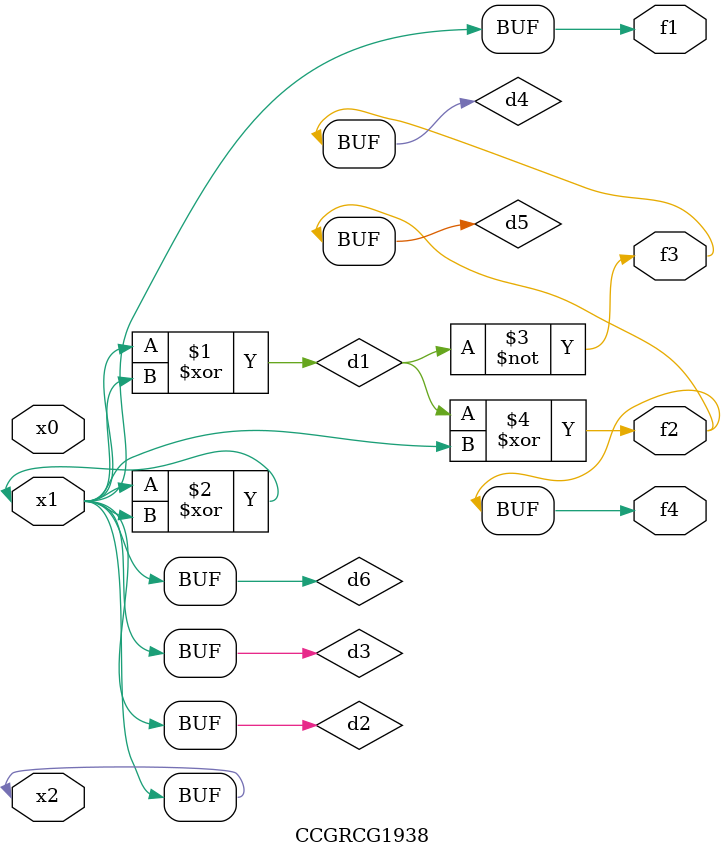
<source format=v>
module CCGRCG1938(
	input x0, x1, x2,
	output f1, f2, f3, f4
);

	wire d1, d2, d3, d4, d5, d6;

	xor (d1, x1, x2);
	buf (d2, x1, x2);
	xor (d3, x1, x2);
	nor (d4, d1);
	xor (d5, d1, d2);
	buf (d6, d2, d3);
	assign f1 = d6;
	assign f2 = d5;
	assign f3 = d4;
	assign f4 = d5;
endmodule

</source>
